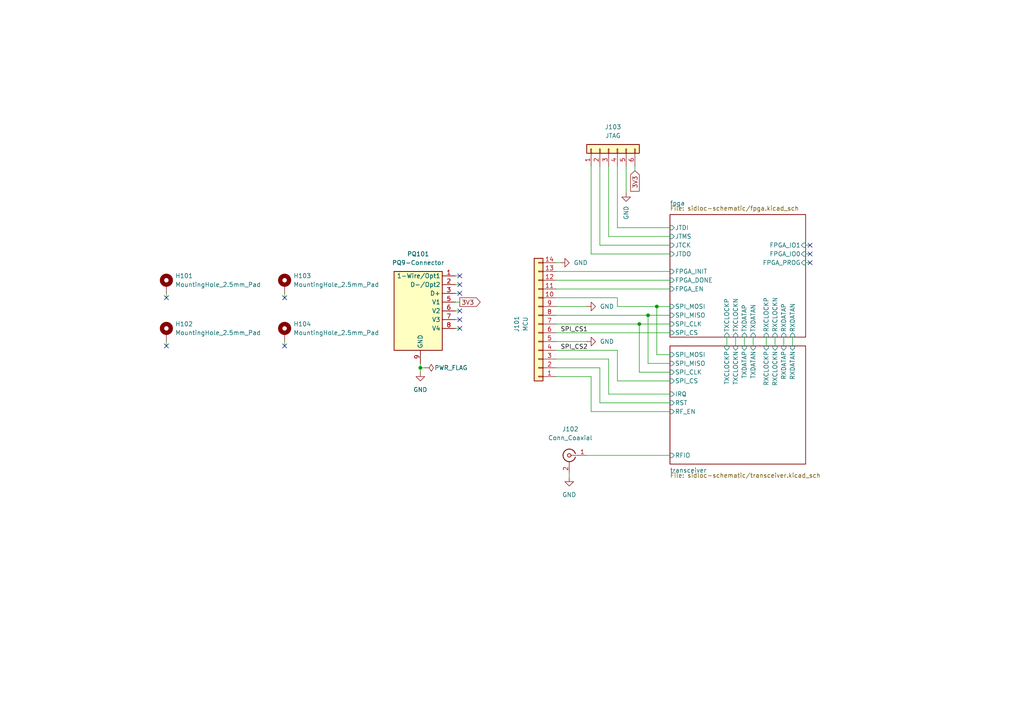
<source format=kicad_sch>
(kicad_sch (version 20211123) (generator eeschema)
  (paper "A4")
  (lib_symbols
    (symbol "Connector:Conn_Coaxial" (pin_names (offset 1.016) hide)
      (property "Reference" "J" (at 0.254 3.048 0))
      (property "Value" "Conn_Coaxial" (at 2.921 0 90))
      (symbol "Conn_Coaxial_0_1"
        (arc (start -1.778 -0.508) (mid 0.2311 -1.8066) (end 1.778 0) (stroke (width 0.254)))
        (polyline (pts (xy -2.54 0) (xy -0.508 0)))
        (polyline (pts (xy 0 -2.54) (xy 0 -1.778)))
        (circle (center 0 0) (radius 0.508) (stroke (width 0.2032)))
        (arc (start 1.778 0) (mid 0.2099 1.8101) (end -1.778 0.508) (stroke (width 0.254)))
      )
      (symbol "Conn_Coaxial_1_1"
        (pin passive line (at -5.08 0 0) (length 2.54) (name "In") (number "1"))
        (pin passive line (at 0 -5.08 90) (length 2.54) (name "Ext") (number "2"))
      )
    )
    (symbol "Connector_Generic:Conn_01x06" (pin_names (offset 1.016) hide)
      (property "Reference" "J" (at 0 7.62 0))
      (property "Value" "Conn_01x06" (at 0 -10.16 0))
      (symbol "Conn_01x06_1_1"
        (rectangle (start -1.27 -7.493) (end 0 -7.747) (stroke (width 0.1524)))
        (rectangle (start -1.27 -4.953) (end 0 -5.207) (stroke (width 0.1524)))
        (rectangle (start -1.27 -2.413) (end 0 -2.667) (stroke (width 0.1524)))
        (rectangle (start -1.27 0.127) (end 0 -0.127) (stroke (width 0.1524)))
        (rectangle (start -1.27 2.667) (end 0 2.413) (stroke (width 0.1524)))
        (rectangle (start -1.27 5.207) (end 0 4.953) (stroke (width 0.1524)))
        (rectangle (start -1.27 6.35) (end 1.27 -8.89) (stroke (width 0.254)) (fill (type background)))
        (pin passive line (at -5.08 5.08 0) (length 3.81) (name "Pin_1") (number "1"))
        (pin passive line (at -5.08 2.54 0) (length 3.81) (name "Pin_2") (number "2"))
        (pin passive line (at -5.08 0 0) (length 3.81) (name "Pin_3") (number "3"))
        (pin passive line (at -5.08 -2.54 0) (length 3.81) (name "Pin_4") (number "4"))
        (pin passive line (at -5.08 -5.08 0) (length 3.81) (name "Pin_5") (number "5"))
        (pin passive line (at -5.08 -7.62 0) (length 3.81) (name "Pin_6") (number "6"))
      )
    )
    (symbol "Connector_Generic:Conn_01x14" (pin_names (offset 1.016) hide)
      (property "Reference" "J" (at 0 17.78 0))
      (property "Value" "Conn_01x14" (at 0 -20.32 0))
      (symbol "Conn_01x14_1_1"
        (rectangle (start -1.27 -17.653) (end 0 -17.907) (stroke (width 0.1524)))
        (rectangle (start -1.27 -15.113) (end 0 -15.367) (stroke (width 0.1524)))
        (rectangle (start -1.27 -12.573) (end 0 -12.827) (stroke (width 0.1524)))
        (rectangle (start -1.27 -10.033) (end 0 -10.287) (stroke (width 0.1524)))
        (rectangle (start -1.27 -7.493) (end 0 -7.747) (stroke (width 0.1524)))
        (rectangle (start -1.27 -4.953) (end 0 -5.207) (stroke (width 0.1524)))
        (rectangle (start -1.27 -2.413) (end 0 -2.667) (stroke (width 0.1524)))
        (rectangle (start -1.27 0.127) (end 0 -0.127) (stroke (width 0.1524)))
        (rectangle (start -1.27 2.667) (end 0 2.413) (stroke (width 0.1524)))
        (rectangle (start -1.27 5.207) (end 0 4.953) (stroke (width 0.1524)))
        (rectangle (start -1.27 7.747) (end 0 7.493) (stroke (width 0.1524)))
        (rectangle (start -1.27 10.287) (end 0 10.033) (stroke (width 0.1524)))
        (rectangle (start -1.27 12.827) (end 0 12.573) (stroke (width 0.1524)))
        (rectangle (start -1.27 15.367) (end 0 15.113) (stroke (width 0.1524)))
        (rectangle (start -1.27 16.51) (end 1.27 -19.05) (stroke (width 0.254)) (fill (type background)))
        (pin passive line (at -5.08 15.24 0) (length 3.81) (name "Pin_1") (number "1"))
        (pin passive line (at -5.08 -7.62 0) (length 3.81) (name "Pin_10") (number "10"))
        (pin passive line (at -5.08 -10.16 0) (length 3.81) (name "Pin_11") (number "11"))
        (pin passive line (at -5.08 -12.7 0) (length 3.81) (name "Pin_12") (number "12"))
        (pin passive line (at -5.08 -15.24 0) (length 3.81) (name "Pin_13") (number "13"))
        (pin passive line (at -5.08 -17.78 0) (length 3.81) (name "Pin_14") (number "14"))
        (pin passive line (at -5.08 12.7 0) (length 3.81) (name "Pin_2") (number "2"))
        (pin passive line (at -5.08 10.16 0) (length 3.81) (name "Pin_3") (number "3"))
        (pin passive line (at -5.08 7.62 0) (length 3.81) (name "Pin_4") (number "4"))
        (pin passive line (at -5.08 5.08 0) (length 3.81) (name "Pin_5") (number "5"))
        (pin passive line (at -5.08 2.54 0) (length 3.81) (name "Pin_6") (number "6"))
        (pin passive line (at -5.08 0 0) (length 3.81) (name "Pin_7") (number "7"))
        (pin passive line (at -5.08 -2.54 0) (length 3.81) (name "Pin_8") (number "8"))
        (pin passive line (at -5.08 -5.08 0) (length 3.81) (name "Pin_9") (number "9"))
      )
    )
    (symbol "Mechanical:MountingHole_Pad" (pin_numbers hide) (pin_names (offset 1.016) hide)
      (property "Reference" "H" (at 0 6.35 0))
      (property "Value" "MountingHole_Pad" (at 0 4.445 0))
      (symbol "MountingHole_Pad_0_1"
        (circle (center 0 1.27) (radius 1.27) (stroke (width 1.27)))
      )
      (symbol "MountingHole_Pad_1_1"
        (pin input line (at 0 -2.54 90) (length 2.54) (name "1") (number "1"))
      )
    )
    (symbol "lsf-kicad:PQ9-Connector"
      (property "Reference" "PQ" (at -3.81 12.7 0))
      (property "Value" "PQ9-Connector" (at 7.62 12.7 0))
      (symbol "PQ9-Connector_0_1"
        (rectangle (start -6.35 11.43) (end 7.62 -11.43) (stroke (width 0.254)) (fill (type background)))
      )
      (symbol "PQ9-Connector_1_1"
        (pin bidirectional line (at -10.16 10.16 0) (length 3.81) (name "1-Wire/Opt1") (number "1"))
        (pin bidirectional line (at -10.16 7.62 0) (length 3.81) (name "D-/Opt2") (number "2"))
        (pin bidirectional line (at -10.16 5.08 0) (length 3.81) (name "D+") (number "3"))
        (pin passive line (at 0 -15.24 90) (length 3.81) hide (name "GND") (number "4"))
        (pin power_out line (at -10.16 2.54 0) (length 3.81) (name "V1") (number "5"))
        (pin power_out line (at -10.16 0 0) (length 3.81) (name "V2") (number "6"))
        (pin power_out line (at -10.16 -2.54 0) (length 3.81) (name "V3") (number "7"))
        (pin power_out line (at -10.16 -5.08 0) (length 3.81) (name "V4") (number "8"))
        (pin power_in line (at 0 -15.24 90) (length 3.81) (name "GND") (number "9"))
      )
    )
    (symbol "power:GND" (power) (pin_names (offset 0))
      (property "Value" "GND" (at 0 -3.81 0))
      (symbol "GND_0_1"
        (polyline (pts (xy 0 0) (xy 0 -1.27) (xy 1.27 -1.27) (xy 0 -2.54) (xy -1.27 -1.27) (xy 0 -1.27)))
      )
      (symbol "GND_1_1"
        (pin power_in line (at 0 0 270) (length 0) hide (name "GND") (number "1"))
      )
    )
    (symbol "power:PWR_FLAG" (power) (pin_numbers hide) (pin_names (offset 0) hide)
      (property "Value" "PWR_FLAG" (at 0 3.81 0))
      (symbol "PWR_FLAG_0_0"
        (pin power_out line (at 0 0 90) (length 0) (name "pwr") (number "1"))
      )
      (symbol "PWR_FLAG_0_1"
        (polyline (pts (xy 0 0) (xy 0 1.27) (xy -1.016 1.905) (xy 0 2.54) (xy 1.016 1.905) (xy 0 1.27)))
      )
    )
  )
  (junction (at 185.42 93.98))
  (junction (at 187.96 91.44))
  (junction (at 190.5 88.9))
  (junction (at 121.92 106.68))
  (no_connect (at 48.26 86.36))
  (no_connect (at 48.26 100.33))
  (no_connect (at 82.55 86.36))
  (no_connect (at 82.55 100.33))
  (no_connect (at 234.95 71.12))
  (no_connect (at 234.95 73.66))
  (no_connect (at 234.95 76.2))
  (no_connect (at 133.35 90.17))
  (no_connect (at 133.35 82.55))
  (no_connect (at 133.35 85.09))
  (no_connect (at 133.35 80.01))
  (no_connect (at 133.35 95.25))
  (no_connect (at 133.35 92.71))
  (wire (pts (xy 179.07 86.36) (xy 161.29 86.36)))
  (wire (pts (xy 121.92 106.68) (xy 123.19 106.68)))
  (wire (pts (xy 132.08 85.09) (xy 133.35 85.09)))
  (wire (pts (xy 222.25 97.79) (xy 222.25 100.33)))
  (wire (pts (xy 161.29 106.68) (xy 173.99 106.68)))
  (wire (pts (xy 184.15 48.26) (xy 184.15 49.53)))
  (wire (pts (xy 82.55 85.09) (xy 82.55 86.36)))
  (wire (pts (xy 161.29 99.06) (xy 170.18 99.06)))
  (wire (pts (xy 171.45 119.38) (xy 194.31 119.38)))
  (wire (pts (xy 48.26 99.06) (xy 48.26 100.33)))
  (wire (pts (xy 176.53 104.14) (xy 176.53 114.3)))
  (wire (pts (xy 229.87 97.79) (xy 229.87 100.33)))
  (wire (pts (xy 179.07 110.49) (xy 194.31 110.49)))
  (wire (pts (xy 161.29 104.14) (xy 176.53 104.14)))
  (wire (pts (xy 190.5 102.87) (xy 190.5 88.9)))
  (wire (pts (xy 161.29 96.52) (xy 194.31 96.52)))
  (wire (pts (xy 171.45 48.26) (xy 171.45 73.66)))
  (wire (pts (xy 190.5 102.87) (xy 194.31 102.87)))
  (wire (pts (xy 132.08 80.01) (xy 133.35 80.01)))
  (wire (pts (xy 48.26 85.09) (xy 48.26 86.36)))
  (wire (pts (xy 132.08 82.55) (xy 133.35 82.55)))
  (wire (pts (xy 227.33 97.79) (xy 227.33 100.33)))
  (wire (pts (xy 187.96 91.44) (xy 194.31 91.44)))
  (wire (pts (xy 185.42 93.98) (xy 185.42 107.95)))
  (wire (pts (xy 173.99 71.12) (xy 194.31 71.12)))
  (wire (pts (xy 233.68 76.2) (xy 234.95 76.2)))
  (wire (pts (xy 132.08 95.25) (xy 133.35 95.25)))
  (wire (pts (xy 179.07 88.9) (xy 179.07 86.36)))
  (wire (pts (xy 181.61 48.26) (xy 181.61 55.88)))
  (wire (pts (xy 176.53 114.3) (xy 194.31 114.3)))
  (wire (pts (xy 210.82 97.79) (xy 210.82 100.33)))
  (wire (pts (xy 233.68 73.66) (xy 234.95 73.66)))
  (wire (pts (xy 132.08 87.63) (xy 133.35 87.63)))
  (wire (pts (xy 176.53 48.26) (xy 176.53 68.58)))
  (wire (pts (xy 179.07 101.6) (xy 179.07 110.49)))
  (wire (pts (xy 190.5 88.9) (xy 179.07 88.9)))
  (wire (pts (xy 161.29 91.44) (xy 187.96 91.44)))
  (wire (pts (xy 173.99 106.68) (xy 173.99 116.84)))
  (wire (pts (xy 173.99 116.84) (xy 194.31 116.84)))
  (wire (pts (xy 194.31 107.95) (xy 185.42 107.95)))
  (wire (pts (xy 194.31 88.9) (xy 190.5 88.9)))
  (wire (pts (xy 161.29 78.74) (xy 194.31 78.74)))
  (wire (pts (xy 224.79 97.79) (xy 224.79 100.33)))
  (wire (pts (xy 171.45 73.66) (xy 194.31 73.66)))
  (wire (pts (xy 121.92 105.41) (xy 121.92 106.68)))
  (wire (pts (xy 218.44 97.79) (xy 218.44 100.33)))
  (wire (pts (xy 170.18 132.08) (xy 194.31 132.08)))
  (wire (pts (xy 213.36 97.79) (xy 213.36 100.33)))
  (wire (pts (xy 161.29 109.22) (xy 171.45 109.22)))
  (wire (pts (xy 165.1 137.16) (xy 165.1 138.43)))
  (wire (pts (xy 187.96 105.41) (xy 187.96 91.44)))
  (wire (pts (xy 179.07 48.26) (xy 179.07 66.04)))
  (wire (pts (xy 215.9 97.79) (xy 215.9 100.33)))
  (wire (pts (xy 185.42 93.98) (xy 194.31 93.98)))
  (wire (pts (xy 161.29 93.98) (xy 185.42 93.98)))
  (wire (pts (xy 161.29 76.2) (xy 162.56 76.2)))
  (wire (pts (xy 161.29 88.9) (xy 170.18 88.9)))
  (wire (pts (xy 161.29 81.28) (xy 194.31 81.28)))
  (wire (pts (xy 173.99 48.26) (xy 173.99 71.12)))
  (wire (pts (xy 176.53 68.58) (xy 194.31 68.58)))
  (wire (pts (xy 187.96 105.41) (xy 194.31 105.41)))
  (wire (pts (xy 233.68 71.12) (xy 234.95 71.12)))
  (wire (pts (xy 179.07 66.04) (xy 194.31 66.04)))
  (wire (pts (xy 132.08 92.71) (xy 133.35 92.71)))
  (wire (pts (xy 161.29 83.82) (xy 194.31 83.82)))
  (wire (pts (xy 171.45 109.22) (xy 171.45 119.38)))
  (wire (pts (xy 161.29 101.6) (xy 179.07 101.6)))
  (wire (pts (xy 121.92 106.68) (xy 121.92 107.95)))
  (wire (pts (xy 82.55 99.06) (xy 82.55 100.33)))
  (wire (pts (xy 132.08 90.17) (xy 133.35 90.17)))
  (label "SPI_CS2" (at 162.56 101.6 0))
  (label "SPI_CS1" (at 162.56 96.52 0))
  (global_label "3V3" (shape input) (at 184.15 49.53 270) (property "Intersheet References" "${INTERSHEET_REFS}" (effects hide)))
  (global_label "3V3" (shape output) (at 133.35 87.63 0) (property "Intersheet References" "${INTERSHEET_REFS}" (effects hide)))
  (symbol (lib_id "power:GND") (at 181.61 55.88 0) (unit 1)
    (property "Reference" "#PWR0104" (effects hide))
    (property "Value" "GND" (at 181.6101 59.69 90) (effects (justify right)))
  )
  (symbol (lib_id "power:GND") (at 121.92 107.95 0) (unit 1)
    (property "Reference" "#PWR0105" (effects hide))
    (property "Value" "GND" (at 121.92 113.03 0))
  )
  (symbol (lib_id "Mechanical:MountingHole_Pad") (at 82.55 82.55 0) (unit 1)
    (property "Reference" "H103" (at 85.09 80.0099 0) (effects (justify left)))
    (property "Value" "MountingHole_2.5mm_Pad" (at 85.09 82.5499 0) (effects (justify left)))
    (property "Footprint" "MountingHole:MountingHole_2.5mm_Pad" (effects hide))
  )
  (symbol (lib_id "Mechanical:MountingHole_Pad") (at 82.55 96.52 0) (unit 1)
    (property "Reference" "H104" (at 85.09 93.9799 0) (effects (justify left)))
    (property "Value" "MountingHole_2.5mm_Pad" (at 85.09 96.5199 0) (effects (justify left)))
    (property "Footprint" "MountingHole:MountingHole_2.5mm_Pad" (effects hide))
  )
  (symbol (lib_id "Mechanical:MountingHole_Pad") (at 48.26 96.52 0) (unit 1)
    (property "Reference" "H102" (at 50.8 93.9799 0) (effects (justify left)))
    (property "Value" "MountingHole_2.5mm_Pad" (at 50.8 96.5199 0) (effects (justify left)))
    (property "Footprint" "MountingHole:MountingHole_2.5mm_Pad" (effects hide))
  )
  (symbol (lib_id "power:GND") (at 170.18 99.06 90) (unit 1)
    (property "Reference" "#PWR0106" (effects hide))
    (property "Value" "GND" (at 173.99 99.0599 90) (effects (justify right)))
  )
  (symbol (lib_id "power:GND") (at 165.1 138.43 0) (unit 1)
    (property "Reference" "#PWR0101" (effects hide))
    (property "Value" "GND" (at 165.1 143.51 0))
  )
  (symbol (lib_id "Connector_Generic:Conn_01x06") (at 176.53 43.18 90) (unit 1)
    (property "Reference" "J103" (at 177.8 36.83 90))
    (property "Value" "JTAG" (at 177.8 39.37 90))
    (property "Footprint" "Connector_Molex:Molex_PicoBlade_53261-0671_1x06-1MP_P1.25mm_Horizontal" (effects hide))
  )
  (symbol (lib_id "power:GND") (at 162.56 76.2 90) (unit 1)
    (property "Reference" "#PWR0102" (effects hide))
    (property "Value" "GND" (at 166.37 76.1999 90) (effects (justify right)))
  )
  (symbol (lib_id "lsf-kicad:PQ9-Connector") (at 121.92 90.17 0) (mirror y) (unit 1)
    (property "Reference" "PQ101" (at 121.285 73.66 0))
    (property "Value" "PQ9-Connector" (at 121.285 76.2 0))
    (property "Footprint" "Connector_PinSocket_2.00mm:PinSocket_1x09_P2.00mm_Vertical" (effects hide))
    (property "Datasheet" "https://libre.space/pq9ish" (effects hide))
  )
  (symbol (lib_id "Connector_Generic:Conn_01x14") (at 156.21 93.98 180) (unit 1)
    (property "Reference" "J101" (at 149.86 93.98 90))
    (property "Value" "MCU" (at 152.4 93.98 90))
    (property "Footprint" "Connector_Molex:Molex_PicoBlade_53261-1471_1x14-1MP_P1.25mm_Horizontal" (effects hide))
  )
  (symbol (lib_id "power:GND") (at 170.18 88.9 90) (unit 1)
    (property "Reference" "#PWR0103" (effects hide))
    (property "Value" "GND" (at 173.99 88.8999 90) (effects (justify right)))
  )
  (symbol (lib_id "power:PWR_FLAG") (at 123.19 106.68 270) (unit 1)
    (property "Reference" "#FLG0101" (effects hide))
    (property "Value" "PWR_FLAG" (at 130.81 106.68 90))
  )
  (symbol (lib_id "Mechanical:MountingHole_Pad") (at 48.26 82.55 0) (unit 1)
    (property "Reference" "H101" (at 50.8 80.0099 0) (effects (justify left)))
    (property "Value" "MountingHole_2.5mm_Pad" (at 50.8 82.5499 0) (effects (justify left)))
    (property "Footprint" "MountingHole:MountingHole_2.5mm_Pad" (effects hide))
  )
  (symbol (lib_id "Connector:Conn_Coaxial") (at 165.1 132.08 0) (mirror y) (unit 1)
    (property "Reference" "J102" (at 165.4174 124.46 0))
    (property "Value" "Conn_Coaxial" (at 165.4174 127 0))
    (property "Footprint" "Connector_Coaxial:U.FL_Hirose_U.FL-R-SMT-1_Vertical" (effects hide))
    (property "Datasheet" " ~" (effects hide))
  )
  (sheet (at 194.31 62.23) (size 39.37 35.56) (stroke (width 0.1524))
    (property "Sheet name" "fpga" (at 194.31 59.69 0) (effects (justify left bottom)))
    (property "Sheet file" "sidloc-schematic/fpga.kicad_sch" (at 194.31 59.69 0) (effects (justify left top)))
    (pin "RXCLOCKN" input (at 224.79 97.79 270))
    (pin "FPGA_IO1" input (at 233.68 71.12 0))
    (pin "FPGA_IO0" input (at 233.68 73.66 0))
    (pin "FPGA_INIT" input (at 194.31 78.74 180))
    (pin "FPGA_PROG" input (at 233.68 76.2 0))
    (pin "FPGA_DONE" input (at 194.31 81.28 180))
    (pin "FPGA_EN" input (at 194.31 83.82 180))
    (pin "TXCLOCKN" input (at 213.36 97.79 270))
    (pin "TXCLOCKP" input (at 210.82 97.79 270))
    (pin "RXDATAP" input (at 227.33 97.79 270))
    (pin "RXCLOCKP" input (at 222.25 97.79 270))
    (pin "TXDATAN" input (at 218.44 97.79 270))
    (pin "TXDATAP" input (at 215.9 97.79 270))
    (pin "RXDATAN" input (at 229.87 97.79 270))
    (pin "SPI_MISO" input (at 194.31 91.44 180))
    (pin "SPI_MOSI" input (at 194.31 88.9 180))
    (pin "SPI_CLK" input (at 194.31 93.98 180))
    (pin "SPI_CS" input (at 194.31 96.52 180))
    (pin "JTDO" input (at 194.31 73.66 180))
    (pin "JTMS" input (at 194.31 68.58 180))
    (pin "JTDI" input (at 194.31 66.04 180))
    (pin "JTCK" input (at 194.31 71.12 180))
  )
  (sheet (at 194.31 100.33) (size 39.37 34.29) (stroke (width 0.1524))
    (property "Sheet name" "transceiver" (at 194.31 137.16 0) (effects (justify left bottom)))
    (property "Sheet file" "sidloc-schematic/transceiver.kicad_sch" (at 194.31 137.16 0) (effects (justify left top)))
    (pin "RST" input (at 194.31 116.84 180))
    (pin "TXCLOCKN" input (at 213.36 100.33 90))
    (pin "TXCLOCKP" input (at 210.82 100.33 90))
    (pin "TXDATAP" input (at 215.9 100.33 90))
    (pin "RXDATAP" input (at 227.33 100.33 90))
    (pin "RXCLOCKP" input (at 222.25 100.33 90))
    (pin "RXDATAN" input (at 229.87 100.33 90))
    (pin "TXDATAN" input (at 218.44 100.33 90))
    (pin "RXCLOCKN" input (at 224.79 100.33 90))
    (pin "SPI_CS" input (at 194.31 110.49 180))
    (pin "SPI_MISO" input (at 194.31 105.41 180))
    (pin "SPI_CLK" input (at 194.31 107.95 180))
    (pin "IRQ" input (at 194.31 114.3 180))
    (pin "SPI_MOSI" input (at 194.31 102.87 180))
    (pin "RF_EN" input (at 194.31 119.38 180))
    (pin "RFIO" input (at 194.31 132.08 180))
  )
)
</source>
